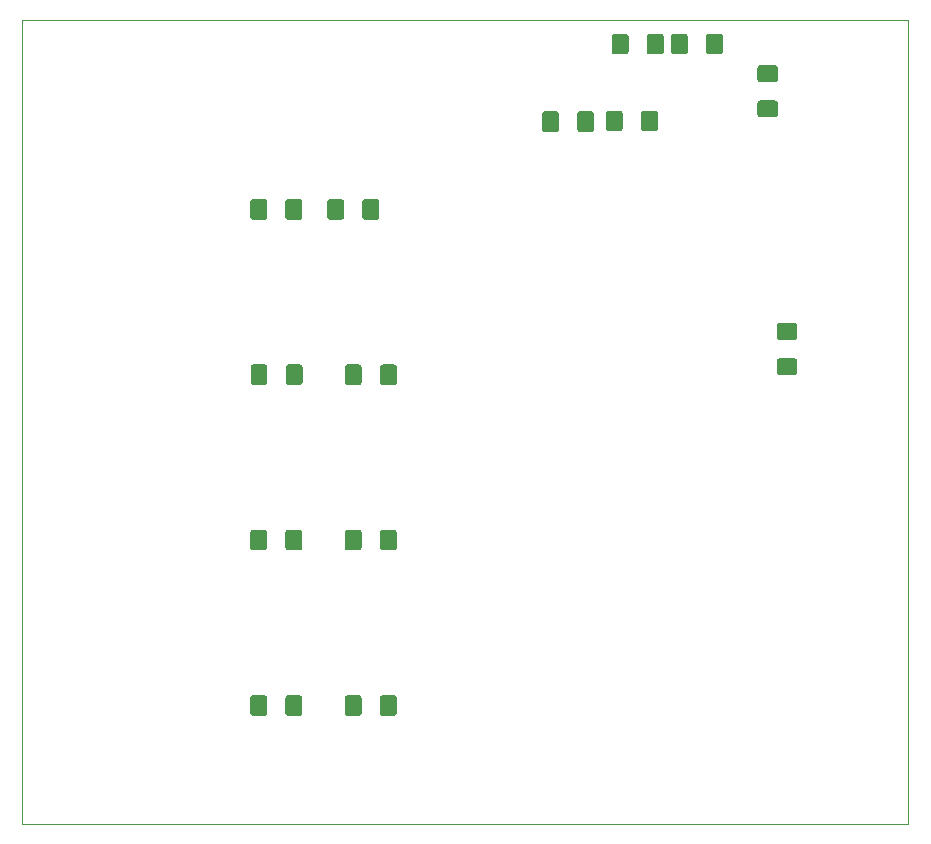
<source format=gbr>
G04 #@! TF.GenerationSoftware,KiCad,Pcbnew,5.1.4-e60b266~84~ubuntu18.04.1*
G04 #@! TF.CreationDate,2019-08-08T16:59:36+02:00*
G04 #@! TF.ProjectId,ESP-Multiio,4553502d-4d75-46c7-9469-696f2e6b6963,rev?*
G04 #@! TF.SameCoordinates,Original*
G04 #@! TF.FileFunction,Paste,Bot*
G04 #@! TF.FilePolarity,Positive*
%FSLAX46Y46*%
G04 Gerber Fmt 4.6, Leading zero omitted, Abs format (unit mm)*
G04 Created by KiCad (PCBNEW 5.1.4-e60b266~84~ubuntu18.04.1) date 2019-08-08 16:59:36*
%MOMM*%
%LPD*%
G04 APERTURE LIST*
%ADD10C,0.050000*%
%ADD11C,0.100000*%
%ADD12C,1.425000*%
G04 APERTURE END LIST*
D10*
X152000000Y-95000000D02*
X77000000Y-95000000D01*
X152000000Y-27000000D02*
X152000000Y-95000000D01*
X77000000Y-27000000D02*
X152000000Y-27000000D01*
X77000000Y-27000000D02*
X77000000Y-95000000D01*
D11*
G36*
X142381504Y-55603704D02*
G01*
X142405773Y-55607304D01*
X142429571Y-55613265D01*
X142452671Y-55621530D01*
X142474849Y-55632020D01*
X142495893Y-55644633D01*
X142515598Y-55659247D01*
X142533777Y-55675723D01*
X142550253Y-55693902D01*
X142564867Y-55713607D01*
X142577480Y-55734651D01*
X142587970Y-55756829D01*
X142596235Y-55779929D01*
X142602196Y-55803727D01*
X142605796Y-55827996D01*
X142607000Y-55852500D01*
X142607000Y-56777500D01*
X142605796Y-56802004D01*
X142602196Y-56826273D01*
X142596235Y-56850071D01*
X142587970Y-56873171D01*
X142577480Y-56895349D01*
X142564867Y-56916393D01*
X142550253Y-56936098D01*
X142533777Y-56954277D01*
X142515598Y-56970753D01*
X142495893Y-56985367D01*
X142474849Y-56997980D01*
X142452671Y-57008470D01*
X142429571Y-57016735D01*
X142405773Y-57022696D01*
X142381504Y-57026296D01*
X142357000Y-57027500D01*
X141107000Y-57027500D01*
X141082496Y-57026296D01*
X141058227Y-57022696D01*
X141034429Y-57016735D01*
X141011329Y-57008470D01*
X140989151Y-56997980D01*
X140968107Y-56985367D01*
X140948402Y-56970753D01*
X140930223Y-56954277D01*
X140913747Y-56936098D01*
X140899133Y-56916393D01*
X140886520Y-56895349D01*
X140876030Y-56873171D01*
X140867765Y-56850071D01*
X140861804Y-56826273D01*
X140858204Y-56802004D01*
X140857000Y-56777500D01*
X140857000Y-55852500D01*
X140858204Y-55827996D01*
X140861804Y-55803727D01*
X140867765Y-55779929D01*
X140876030Y-55756829D01*
X140886520Y-55734651D01*
X140899133Y-55713607D01*
X140913747Y-55693902D01*
X140930223Y-55675723D01*
X140948402Y-55659247D01*
X140968107Y-55644633D01*
X140989151Y-55632020D01*
X141011329Y-55621530D01*
X141034429Y-55613265D01*
X141058227Y-55607304D01*
X141082496Y-55603704D01*
X141107000Y-55602500D01*
X142357000Y-55602500D01*
X142381504Y-55603704D01*
X142381504Y-55603704D01*
G37*
D12*
X141732000Y-56315000D03*
D11*
G36*
X142381504Y-52628704D02*
G01*
X142405773Y-52632304D01*
X142429571Y-52638265D01*
X142452671Y-52646530D01*
X142474849Y-52657020D01*
X142495893Y-52669633D01*
X142515598Y-52684247D01*
X142533777Y-52700723D01*
X142550253Y-52718902D01*
X142564867Y-52738607D01*
X142577480Y-52759651D01*
X142587970Y-52781829D01*
X142596235Y-52804929D01*
X142602196Y-52828727D01*
X142605796Y-52852996D01*
X142607000Y-52877500D01*
X142607000Y-53802500D01*
X142605796Y-53827004D01*
X142602196Y-53851273D01*
X142596235Y-53875071D01*
X142587970Y-53898171D01*
X142577480Y-53920349D01*
X142564867Y-53941393D01*
X142550253Y-53961098D01*
X142533777Y-53979277D01*
X142515598Y-53995753D01*
X142495893Y-54010367D01*
X142474849Y-54022980D01*
X142452671Y-54033470D01*
X142429571Y-54041735D01*
X142405773Y-54047696D01*
X142381504Y-54051296D01*
X142357000Y-54052500D01*
X141107000Y-54052500D01*
X141082496Y-54051296D01*
X141058227Y-54047696D01*
X141034429Y-54041735D01*
X141011329Y-54033470D01*
X140989151Y-54022980D01*
X140968107Y-54010367D01*
X140948402Y-53995753D01*
X140930223Y-53979277D01*
X140913747Y-53961098D01*
X140899133Y-53941393D01*
X140886520Y-53920349D01*
X140876030Y-53898171D01*
X140867765Y-53875071D01*
X140861804Y-53851273D01*
X140858204Y-53827004D01*
X140857000Y-53802500D01*
X140857000Y-52877500D01*
X140858204Y-52852996D01*
X140861804Y-52828727D01*
X140867765Y-52804929D01*
X140876030Y-52781829D01*
X140886520Y-52759651D01*
X140899133Y-52738607D01*
X140913747Y-52718902D01*
X140930223Y-52700723D01*
X140948402Y-52684247D01*
X140968107Y-52669633D01*
X140989151Y-52657020D01*
X141011329Y-52646530D01*
X141034429Y-52638265D01*
X141058227Y-52632304D01*
X141082496Y-52628704D01*
X141107000Y-52627500D01*
X142357000Y-52627500D01*
X142381504Y-52628704D01*
X142381504Y-52628704D01*
G37*
D12*
X141732000Y-53340000D03*
D11*
G36*
X131062004Y-28126204D02*
G01*
X131086273Y-28129804D01*
X131110071Y-28135765D01*
X131133171Y-28144030D01*
X131155349Y-28154520D01*
X131176393Y-28167133D01*
X131196098Y-28181747D01*
X131214277Y-28198223D01*
X131230753Y-28216402D01*
X131245367Y-28236107D01*
X131257980Y-28257151D01*
X131268470Y-28279329D01*
X131276735Y-28302429D01*
X131282696Y-28326227D01*
X131286296Y-28350496D01*
X131287500Y-28375000D01*
X131287500Y-29625000D01*
X131286296Y-29649504D01*
X131282696Y-29673773D01*
X131276735Y-29697571D01*
X131268470Y-29720671D01*
X131257980Y-29742849D01*
X131245367Y-29763893D01*
X131230753Y-29783598D01*
X131214277Y-29801777D01*
X131196098Y-29818253D01*
X131176393Y-29832867D01*
X131155349Y-29845480D01*
X131133171Y-29855970D01*
X131110071Y-29864235D01*
X131086273Y-29870196D01*
X131062004Y-29873796D01*
X131037500Y-29875000D01*
X130112500Y-29875000D01*
X130087996Y-29873796D01*
X130063727Y-29870196D01*
X130039929Y-29864235D01*
X130016829Y-29855970D01*
X129994651Y-29845480D01*
X129973607Y-29832867D01*
X129953902Y-29818253D01*
X129935723Y-29801777D01*
X129919247Y-29783598D01*
X129904633Y-29763893D01*
X129892020Y-29742849D01*
X129881530Y-29720671D01*
X129873265Y-29697571D01*
X129867304Y-29673773D01*
X129863704Y-29649504D01*
X129862500Y-29625000D01*
X129862500Y-28375000D01*
X129863704Y-28350496D01*
X129867304Y-28326227D01*
X129873265Y-28302429D01*
X129881530Y-28279329D01*
X129892020Y-28257151D01*
X129904633Y-28236107D01*
X129919247Y-28216402D01*
X129935723Y-28198223D01*
X129953902Y-28181747D01*
X129973607Y-28167133D01*
X129994651Y-28154520D01*
X130016829Y-28144030D01*
X130039929Y-28135765D01*
X130063727Y-28129804D01*
X130087996Y-28126204D01*
X130112500Y-28125000D01*
X131037500Y-28125000D01*
X131062004Y-28126204D01*
X131062004Y-28126204D01*
G37*
D12*
X130575000Y-29000000D03*
D11*
G36*
X128087004Y-28126204D02*
G01*
X128111273Y-28129804D01*
X128135071Y-28135765D01*
X128158171Y-28144030D01*
X128180349Y-28154520D01*
X128201393Y-28167133D01*
X128221098Y-28181747D01*
X128239277Y-28198223D01*
X128255753Y-28216402D01*
X128270367Y-28236107D01*
X128282980Y-28257151D01*
X128293470Y-28279329D01*
X128301735Y-28302429D01*
X128307696Y-28326227D01*
X128311296Y-28350496D01*
X128312500Y-28375000D01*
X128312500Y-29625000D01*
X128311296Y-29649504D01*
X128307696Y-29673773D01*
X128301735Y-29697571D01*
X128293470Y-29720671D01*
X128282980Y-29742849D01*
X128270367Y-29763893D01*
X128255753Y-29783598D01*
X128239277Y-29801777D01*
X128221098Y-29818253D01*
X128201393Y-29832867D01*
X128180349Y-29845480D01*
X128158171Y-29855970D01*
X128135071Y-29864235D01*
X128111273Y-29870196D01*
X128087004Y-29873796D01*
X128062500Y-29875000D01*
X127137500Y-29875000D01*
X127112996Y-29873796D01*
X127088727Y-29870196D01*
X127064929Y-29864235D01*
X127041829Y-29855970D01*
X127019651Y-29845480D01*
X126998607Y-29832867D01*
X126978902Y-29818253D01*
X126960723Y-29801777D01*
X126944247Y-29783598D01*
X126929633Y-29763893D01*
X126917020Y-29742849D01*
X126906530Y-29720671D01*
X126898265Y-29697571D01*
X126892304Y-29673773D01*
X126888704Y-29649504D01*
X126887500Y-29625000D01*
X126887500Y-28375000D01*
X126888704Y-28350496D01*
X126892304Y-28326227D01*
X126898265Y-28302429D01*
X126906530Y-28279329D01*
X126917020Y-28257151D01*
X126929633Y-28236107D01*
X126944247Y-28216402D01*
X126960723Y-28198223D01*
X126978902Y-28181747D01*
X126998607Y-28167133D01*
X127019651Y-28154520D01*
X127041829Y-28144030D01*
X127064929Y-28135765D01*
X127088727Y-28129804D01*
X127112996Y-28126204D01*
X127137500Y-28125000D01*
X128062500Y-28125000D01*
X128087004Y-28126204D01*
X128087004Y-28126204D01*
G37*
D12*
X127600000Y-29000000D03*
D11*
G36*
X140749504Y-30801204D02*
G01*
X140773773Y-30804804D01*
X140797571Y-30810765D01*
X140820671Y-30819030D01*
X140842849Y-30829520D01*
X140863893Y-30842133D01*
X140883598Y-30856747D01*
X140901777Y-30873223D01*
X140918253Y-30891402D01*
X140932867Y-30911107D01*
X140945480Y-30932151D01*
X140955970Y-30954329D01*
X140964235Y-30977429D01*
X140970196Y-31001227D01*
X140973796Y-31025496D01*
X140975000Y-31050000D01*
X140975000Y-31975000D01*
X140973796Y-31999504D01*
X140970196Y-32023773D01*
X140964235Y-32047571D01*
X140955970Y-32070671D01*
X140945480Y-32092849D01*
X140932867Y-32113893D01*
X140918253Y-32133598D01*
X140901777Y-32151777D01*
X140883598Y-32168253D01*
X140863893Y-32182867D01*
X140842849Y-32195480D01*
X140820671Y-32205970D01*
X140797571Y-32214235D01*
X140773773Y-32220196D01*
X140749504Y-32223796D01*
X140725000Y-32225000D01*
X139475000Y-32225000D01*
X139450496Y-32223796D01*
X139426227Y-32220196D01*
X139402429Y-32214235D01*
X139379329Y-32205970D01*
X139357151Y-32195480D01*
X139336107Y-32182867D01*
X139316402Y-32168253D01*
X139298223Y-32151777D01*
X139281747Y-32133598D01*
X139267133Y-32113893D01*
X139254520Y-32092849D01*
X139244030Y-32070671D01*
X139235765Y-32047571D01*
X139229804Y-32023773D01*
X139226204Y-31999504D01*
X139225000Y-31975000D01*
X139225000Y-31050000D01*
X139226204Y-31025496D01*
X139229804Y-31001227D01*
X139235765Y-30977429D01*
X139244030Y-30954329D01*
X139254520Y-30932151D01*
X139267133Y-30911107D01*
X139281747Y-30891402D01*
X139298223Y-30873223D01*
X139316402Y-30856747D01*
X139336107Y-30842133D01*
X139357151Y-30829520D01*
X139379329Y-30819030D01*
X139402429Y-30810765D01*
X139426227Y-30804804D01*
X139450496Y-30801204D01*
X139475000Y-30800000D01*
X140725000Y-30800000D01*
X140749504Y-30801204D01*
X140749504Y-30801204D01*
G37*
D12*
X140100000Y-31512500D03*
D11*
G36*
X140749504Y-33776204D02*
G01*
X140773773Y-33779804D01*
X140797571Y-33785765D01*
X140820671Y-33794030D01*
X140842849Y-33804520D01*
X140863893Y-33817133D01*
X140883598Y-33831747D01*
X140901777Y-33848223D01*
X140918253Y-33866402D01*
X140932867Y-33886107D01*
X140945480Y-33907151D01*
X140955970Y-33929329D01*
X140964235Y-33952429D01*
X140970196Y-33976227D01*
X140973796Y-34000496D01*
X140975000Y-34025000D01*
X140975000Y-34950000D01*
X140973796Y-34974504D01*
X140970196Y-34998773D01*
X140964235Y-35022571D01*
X140955970Y-35045671D01*
X140945480Y-35067849D01*
X140932867Y-35088893D01*
X140918253Y-35108598D01*
X140901777Y-35126777D01*
X140883598Y-35143253D01*
X140863893Y-35157867D01*
X140842849Y-35170480D01*
X140820671Y-35180970D01*
X140797571Y-35189235D01*
X140773773Y-35195196D01*
X140749504Y-35198796D01*
X140725000Y-35200000D01*
X139475000Y-35200000D01*
X139450496Y-35198796D01*
X139426227Y-35195196D01*
X139402429Y-35189235D01*
X139379329Y-35180970D01*
X139357151Y-35170480D01*
X139336107Y-35157867D01*
X139316402Y-35143253D01*
X139298223Y-35126777D01*
X139281747Y-35108598D01*
X139267133Y-35088893D01*
X139254520Y-35067849D01*
X139244030Y-35045671D01*
X139235765Y-35022571D01*
X139229804Y-34998773D01*
X139226204Y-34974504D01*
X139225000Y-34950000D01*
X139225000Y-34025000D01*
X139226204Y-34000496D01*
X139229804Y-33976227D01*
X139235765Y-33952429D01*
X139244030Y-33929329D01*
X139254520Y-33907151D01*
X139267133Y-33886107D01*
X139281747Y-33866402D01*
X139298223Y-33848223D01*
X139316402Y-33831747D01*
X139336107Y-33817133D01*
X139357151Y-33804520D01*
X139379329Y-33794030D01*
X139402429Y-33785765D01*
X139426227Y-33779804D01*
X139450496Y-33776204D01*
X139475000Y-33775000D01*
X140725000Y-33775000D01*
X140749504Y-33776204D01*
X140749504Y-33776204D01*
G37*
D12*
X140100000Y-34487500D03*
D11*
G36*
X136074504Y-28126204D02*
G01*
X136098773Y-28129804D01*
X136122571Y-28135765D01*
X136145671Y-28144030D01*
X136167849Y-28154520D01*
X136188893Y-28167133D01*
X136208598Y-28181747D01*
X136226777Y-28198223D01*
X136243253Y-28216402D01*
X136257867Y-28236107D01*
X136270480Y-28257151D01*
X136280970Y-28279329D01*
X136289235Y-28302429D01*
X136295196Y-28326227D01*
X136298796Y-28350496D01*
X136300000Y-28375000D01*
X136300000Y-29625000D01*
X136298796Y-29649504D01*
X136295196Y-29673773D01*
X136289235Y-29697571D01*
X136280970Y-29720671D01*
X136270480Y-29742849D01*
X136257867Y-29763893D01*
X136243253Y-29783598D01*
X136226777Y-29801777D01*
X136208598Y-29818253D01*
X136188893Y-29832867D01*
X136167849Y-29845480D01*
X136145671Y-29855970D01*
X136122571Y-29864235D01*
X136098773Y-29870196D01*
X136074504Y-29873796D01*
X136050000Y-29875000D01*
X135125000Y-29875000D01*
X135100496Y-29873796D01*
X135076227Y-29870196D01*
X135052429Y-29864235D01*
X135029329Y-29855970D01*
X135007151Y-29845480D01*
X134986107Y-29832867D01*
X134966402Y-29818253D01*
X134948223Y-29801777D01*
X134931747Y-29783598D01*
X134917133Y-29763893D01*
X134904520Y-29742849D01*
X134894030Y-29720671D01*
X134885765Y-29697571D01*
X134879804Y-29673773D01*
X134876204Y-29649504D01*
X134875000Y-29625000D01*
X134875000Y-28375000D01*
X134876204Y-28350496D01*
X134879804Y-28326227D01*
X134885765Y-28302429D01*
X134894030Y-28279329D01*
X134904520Y-28257151D01*
X134917133Y-28236107D01*
X134931747Y-28216402D01*
X134948223Y-28198223D01*
X134966402Y-28181747D01*
X134986107Y-28167133D01*
X135007151Y-28154520D01*
X135029329Y-28144030D01*
X135052429Y-28135765D01*
X135076227Y-28129804D01*
X135100496Y-28126204D01*
X135125000Y-28125000D01*
X136050000Y-28125000D01*
X136074504Y-28126204D01*
X136074504Y-28126204D01*
G37*
D12*
X135587500Y-29000000D03*
D11*
G36*
X133099504Y-28126204D02*
G01*
X133123773Y-28129804D01*
X133147571Y-28135765D01*
X133170671Y-28144030D01*
X133192849Y-28154520D01*
X133213893Y-28167133D01*
X133233598Y-28181747D01*
X133251777Y-28198223D01*
X133268253Y-28216402D01*
X133282867Y-28236107D01*
X133295480Y-28257151D01*
X133305970Y-28279329D01*
X133314235Y-28302429D01*
X133320196Y-28326227D01*
X133323796Y-28350496D01*
X133325000Y-28375000D01*
X133325000Y-29625000D01*
X133323796Y-29649504D01*
X133320196Y-29673773D01*
X133314235Y-29697571D01*
X133305970Y-29720671D01*
X133295480Y-29742849D01*
X133282867Y-29763893D01*
X133268253Y-29783598D01*
X133251777Y-29801777D01*
X133233598Y-29818253D01*
X133213893Y-29832867D01*
X133192849Y-29845480D01*
X133170671Y-29855970D01*
X133147571Y-29864235D01*
X133123773Y-29870196D01*
X133099504Y-29873796D01*
X133075000Y-29875000D01*
X132150000Y-29875000D01*
X132125496Y-29873796D01*
X132101227Y-29870196D01*
X132077429Y-29864235D01*
X132054329Y-29855970D01*
X132032151Y-29845480D01*
X132011107Y-29832867D01*
X131991402Y-29818253D01*
X131973223Y-29801777D01*
X131956747Y-29783598D01*
X131942133Y-29763893D01*
X131929520Y-29742849D01*
X131919030Y-29720671D01*
X131910765Y-29697571D01*
X131904804Y-29673773D01*
X131901204Y-29649504D01*
X131900000Y-29625000D01*
X131900000Y-28375000D01*
X131901204Y-28350496D01*
X131904804Y-28326227D01*
X131910765Y-28302429D01*
X131919030Y-28279329D01*
X131929520Y-28257151D01*
X131942133Y-28236107D01*
X131956747Y-28216402D01*
X131973223Y-28198223D01*
X131991402Y-28181747D01*
X132011107Y-28167133D01*
X132032151Y-28154520D01*
X132054329Y-28144030D01*
X132077429Y-28135765D01*
X132101227Y-28129804D01*
X132125496Y-28126204D01*
X132150000Y-28125000D01*
X133075000Y-28125000D01*
X133099504Y-28126204D01*
X133099504Y-28126204D01*
G37*
D12*
X132612500Y-29000000D03*
D11*
G36*
X130562004Y-34626204D02*
G01*
X130586273Y-34629804D01*
X130610071Y-34635765D01*
X130633171Y-34644030D01*
X130655349Y-34654520D01*
X130676393Y-34667133D01*
X130696098Y-34681747D01*
X130714277Y-34698223D01*
X130730753Y-34716402D01*
X130745367Y-34736107D01*
X130757980Y-34757151D01*
X130768470Y-34779329D01*
X130776735Y-34802429D01*
X130782696Y-34826227D01*
X130786296Y-34850496D01*
X130787500Y-34875000D01*
X130787500Y-36125000D01*
X130786296Y-36149504D01*
X130782696Y-36173773D01*
X130776735Y-36197571D01*
X130768470Y-36220671D01*
X130757980Y-36242849D01*
X130745367Y-36263893D01*
X130730753Y-36283598D01*
X130714277Y-36301777D01*
X130696098Y-36318253D01*
X130676393Y-36332867D01*
X130655349Y-36345480D01*
X130633171Y-36355970D01*
X130610071Y-36364235D01*
X130586273Y-36370196D01*
X130562004Y-36373796D01*
X130537500Y-36375000D01*
X129612500Y-36375000D01*
X129587996Y-36373796D01*
X129563727Y-36370196D01*
X129539929Y-36364235D01*
X129516829Y-36355970D01*
X129494651Y-36345480D01*
X129473607Y-36332867D01*
X129453902Y-36318253D01*
X129435723Y-36301777D01*
X129419247Y-36283598D01*
X129404633Y-36263893D01*
X129392020Y-36242849D01*
X129381530Y-36220671D01*
X129373265Y-36197571D01*
X129367304Y-36173773D01*
X129363704Y-36149504D01*
X129362500Y-36125000D01*
X129362500Y-34875000D01*
X129363704Y-34850496D01*
X129367304Y-34826227D01*
X129373265Y-34802429D01*
X129381530Y-34779329D01*
X129392020Y-34757151D01*
X129404633Y-34736107D01*
X129419247Y-34716402D01*
X129435723Y-34698223D01*
X129453902Y-34681747D01*
X129473607Y-34667133D01*
X129494651Y-34654520D01*
X129516829Y-34644030D01*
X129539929Y-34635765D01*
X129563727Y-34629804D01*
X129587996Y-34626204D01*
X129612500Y-34625000D01*
X130537500Y-34625000D01*
X130562004Y-34626204D01*
X130562004Y-34626204D01*
G37*
D12*
X130075000Y-35500000D03*
D11*
G36*
X127587004Y-34626204D02*
G01*
X127611273Y-34629804D01*
X127635071Y-34635765D01*
X127658171Y-34644030D01*
X127680349Y-34654520D01*
X127701393Y-34667133D01*
X127721098Y-34681747D01*
X127739277Y-34698223D01*
X127755753Y-34716402D01*
X127770367Y-34736107D01*
X127782980Y-34757151D01*
X127793470Y-34779329D01*
X127801735Y-34802429D01*
X127807696Y-34826227D01*
X127811296Y-34850496D01*
X127812500Y-34875000D01*
X127812500Y-36125000D01*
X127811296Y-36149504D01*
X127807696Y-36173773D01*
X127801735Y-36197571D01*
X127793470Y-36220671D01*
X127782980Y-36242849D01*
X127770367Y-36263893D01*
X127755753Y-36283598D01*
X127739277Y-36301777D01*
X127721098Y-36318253D01*
X127701393Y-36332867D01*
X127680349Y-36345480D01*
X127658171Y-36355970D01*
X127635071Y-36364235D01*
X127611273Y-36370196D01*
X127587004Y-36373796D01*
X127562500Y-36375000D01*
X126637500Y-36375000D01*
X126612996Y-36373796D01*
X126588727Y-36370196D01*
X126564929Y-36364235D01*
X126541829Y-36355970D01*
X126519651Y-36345480D01*
X126498607Y-36332867D01*
X126478902Y-36318253D01*
X126460723Y-36301777D01*
X126444247Y-36283598D01*
X126429633Y-36263893D01*
X126417020Y-36242849D01*
X126406530Y-36220671D01*
X126398265Y-36197571D01*
X126392304Y-36173773D01*
X126388704Y-36149504D01*
X126387500Y-36125000D01*
X126387500Y-34875000D01*
X126388704Y-34850496D01*
X126392304Y-34826227D01*
X126398265Y-34802429D01*
X126406530Y-34779329D01*
X126417020Y-34757151D01*
X126429633Y-34736107D01*
X126444247Y-34716402D01*
X126460723Y-34698223D01*
X126478902Y-34681747D01*
X126498607Y-34667133D01*
X126519651Y-34654520D01*
X126541829Y-34644030D01*
X126564929Y-34635765D01*
X126588727Y-34629804D01*
X126612996Y-34626204D01*
X126637500Y-34625000D01*
X127562500Y-34625000D01*
X127587004Y-34626204D01*
X127587004Y-34626204D01*
G37*
D12*
X127100000Y-35500000D03*
D11*
G36*
X122189504Y-34686204D02*
G01*
X122213773Y-34689804D01*
X122237571Y-34695765D01*
X122260671Y-34704030D01*
X122282849Y-34714520D01*
X122303893Y-34727133D01*
X122323598Y-34741747D01*
X122341777Y-34758223D01*
X122358253Y-34776402D01*
X122372867Y-34796107D01*
X122385480Y-34817151D01*
X122395970Y-34839329D01*
X122404235Y-34862429D01*
X122410196Y-34886227D01*
X122413796Y-34910496D01*
X122415000Y-34935000D01*
X122415000Y-36185000D01*
X122413796Y-36209504D01*
X122410196Y-36233773D01*
X122404235Y-36257571D01*
X122395970Y-36280671D01*
X122385480Y-36302849D01*
X122372867Y-36323893D01*
X122358253Y-36343598D01*
X122341777Y-36361777D01*
X122323598Y-36378253D01*
X122303893Y-36392867D01*
X122282849Y-36405480D01*
X122260671Y-36415970D01*
X122237571Y-36424235D01*
X122213773Y-36430196D01*
X122189504Y-36433796D01*
X122165000Y-36435000D01*
X121240000Y-36435000D01*
X121215496Y-36433796D01*
X121191227Y-36430196D01*
X121167429Y-36424235D01*
X121144329Y-36415970D01*
X121122151Y-36405480D01*
X121101107Y-36392867D01*
X121081402Y-36378253D01*
X121063223Y-36361777D01*
X121046747Y-36343598D01*
X121032133Y-36323893D01*
X121019520Y-36302849D01*
X121009030Y-36280671D01*
X121000765Y-36257571D01*
X120994804Y-36233773D01*
X120991204Y-36209504D01*
X120990000Y-36185000D01*
X120990000Y-34935000D01*
X120991204Y-34910496D01*
X120994804Y-34886227D01*
X121000765Y-34862429D01*
X121009030Y-34839329D01*
X121019520Y-34817151D01*
X121032133Y-34796107D01*
X121046747Y-34776402D01*
X121063223Y-34758223D01*
X121081402Y-34741747D01*
X121101107Y-34727133D01*
X121122151Y-34714520D01*
X121144329Y-34704030D01*
X121167429Y-34695765D01*
X121191227Y-34689804D01*
X121215496Y-34686204D01*
X121240000Y-34685000D01*
X122165000Y-34685000D01*
X122189504Y-34686204D01*
X122189504Y-34686204D01*
G37*
D12*
X121702500Y-35560000D03*
D11*
G36*
X125164504Y-34686204D02*
G01*
X125188773Y-34689804D01*
X125212571Y-34695765D01*
X125235671Y-34704030D01*
X125257849Y-34714520D01*
X125278893Y-34727133D01*
X125298598Y-34741747D01*
X125316777Y-34758223D01*
X125333253Y-34776402D01*
X125347867Y-34796107D01*
X125360480Y-34817151D01*
X125370970Y-34839329D01*
X125379235Y-34862429D01*
X125385196Y-34886227D01*
X125388796Y-34910496D01*
X125390000Y-34935000D01*
X125390000Y-36185000D01*
X125388796Y-36209504D01*
X125385196Y-36233773D01*
X125379235Y-36257571D01*
X125370970Y-36280671D01*
X125360480Y-36302849D01*
X125347867Y-36323893D01*
X125333253Y-36343598D01*
X125316777Y-36361777D01*
X125298598Y-36378253D01*
X125278893Y-36392867D01*
X125257849Y-36405480D01*
X125235671Y-36415970D01*
X125212571Y-36424235D01*
X125188773Y-36430196D01*
X125164504Y-36433796D01*
X125140000Y-36435000D01*
X124215000Y-36435000D01*
X124190496Y-36433796D01*
X124166227Y-36430196D01*
X124142429Y-36424235D01*
X124119329Y-36415970D01*
X124097151Y-36405480D01*
X124076107Y-36392867D01*
X124056402Y-36378253D01*
X124038223Y-36361777D01*
X124021747Y-36343598D01*
X124007133Y-36323893D01*
X123994520Y-36302849D01*
X123984030Y-36280671D01*
X123975765Y-36257571D01*
X123969804Y-36233773D01*
X123966204Y-36209504D01*
X123965000Y-36185000D01*
X123965000Y-34935000D01*
X123966204Y-34910496D01*
X123969804Y-34886227D01*
X123975765Y-34862429D01*
X123984030Y-34839329D01*
X123994520Y-34817151D01*
X124007133Y-34796107D01*
X124021747Y-34776402D01*
X124038223Y-34758223D01*
X124056402Y-34741747D01*
X124076107Y-34727133D01*
X124097151Y-34714520D01*
X124119329Y-34704030D01*
X124142429Y-34695765D01*
X124166227Y-34689804D01*
X124190496Y-34686204D01*
X124215000Y-34685000D01*
X125140000Y-34685000D01*
X125164504Y-34686204D01*
X125164504Y-34686204D01*
G37*
D12*
X124677500Y-35560000D03*
D11*
G36*
X100462004Y-84126204D02*
G01*
X100486273Y-84129804D01*
X100510071Y-84135765D01*
X100533171Y-84144030D01*
X100555349Y-84154520D01*
X100576393Y-84167133D01*
X100596098Y-84181747D01*
X100614277Y-84198223D01*
X100630753Y-84216402D01*
X100645367Y-84236107D01*
X100657980Y-84257151D01*
X100668470Y-84279329D01*
X100676735Y-84302429D01*
X100682696Y-84326227D01*
X100686296Y-84350496D01*
X100687500Y-84375000D01*
X100687500Y-85625000D01*
X100686296Y-85649504D01*
X100682696Y-85673773D01*
X100676735Y-85697571D01*
X100668470Y-85720671D01*
X100657980Y-85742849D01*
X100645367Y-85763893D01*
X100630753Y-85783598D01*
X100614277Y-85801777D01*
X100596098Y-85818253D01*
X100576393Y-85832867D01*
X100555349Y-85845480D01*
X100533171Y-85855970D01*
X100510071Y-85864235D01*
X100486273Y-85870196D01*
X100462004Y-85873796D01*
X100437500Y-85875000D01*
X99512500Y-85875000D01*
X99487996Y-85873796D01*
X99463727Y-85870196D01*
X99439929Y-85864235D01*
X99416829Y-85855970D01*
X99394651Y-85845480D01*
X99373607Y-85832867D01*
X99353902Y-85818253D01*
X99335723Y-85801777D01*
X99319247Y-85783598D01*
X99304633Y-85763893D01*
X99292020Y-85742849D01*
X99281530Y-85720671D01*
X99273265Y-85697571D01*
X99267304Y-85673773D01*
X99263704Y-85649504D01*
X99262500Y-85625000D01*
X99262500Y-84375000D01*
X99263704Y-84350496D01*
X99267304Y-84326227D01*
X99273265Y-84302429D01*
X99281530Y-84279329D01*
X99292020Y-84257151D01*
X99304633Y-84236107D01*
X99319247Y-84216402D01*
X99335723Y-84198223D01*
X99353902Y-84181747D01*
X99373607Y-84167133D01*
X99394651Y-84154520D01*
X99416829Y-84144030D01*
X99439929Y-84135765D01*
X99463727Y-84129804D01*
X99487996Y-84126204D01*
X99512500Y-84125000D01*
X100437500Y-84125000D01*
X100462004Y-84126204D01*
X100462004Y-84126204D01*
G37*
D12*
X99975000Y-85000000D03*
D11*
G36*
X97487004Y-84126204D02*
G01*
X97511273Y-84129804D01*
X97535071Y-84135765D01*
X97558171Y-84144030D01*
X97580349Y-84154520D01*
X97601393Y-84167133D01*
X97621098Y-84181747D01*
X97639277Y-84198223D01*
X97655753Y-84216402D01*
X97670367Y-84236107D01*
X97682980Y-84257151D01*
X97693470Y-84279329D01*
X97701735Y-84302429D01*
X97707696Y-84326227D01*
X97711296Y-84350496D01*
X97712500Y-84375000D01*
X97712500Y-85625000D01*
X97711296Y-85649504D01*
X97707696Y-85673773D01*
X97701735Y-85697571D01*
X97693470Y-85720671D01*
X97682980Y-85742849D01*
X97670367Y-85763893D01*
X97655753Y-85783598D01*
X97639277Y-85801777D01*
X97621098Y-85818253D01*
X97601393Y-85832867D01*
X97580349Y-85845480D01*
X97558171Y-85855970D01*
X97535071Y-85864235D01*
X97511273Y-85870196D01*
X97487004Y-85873796D01*
X97462500Y-85875000D01*
X96537500Y-85875000D01*
X96512996Y-85873796D01*
X96488727Y-85870196D01*
X96464929Y-85864235D01*
X96441829Y-85855970D01*
X96419651Y-85845480D01*
X96398607Y-85832867D01*
X96378902Y-85818253D01*
X96360723Y-85801777D01*
X96344247Y-85783598D01*
X96329633Y-85763893D01*
X96317020Y-85742849D01*
X96306530Y-85720671D01*
X96298265Y-85697571D01*
X96292304Y-85673773D01*
X96288704Y-85649504D01*
X96287500Y-85625000D01*
X96287500Y-84375000D01*
X96288704Y-84350496D01*
X96292304Y-84326227D01*
X96298265Y-84302429D01*
X96306530Y-84279329D01*
X96317020Y-84257151D01*
X96329633Y-84236107D01*
X96344247Y-84216402D01*
X96360723Y-84198223D01*
X96378902Y-84181747D01*
X96398607Y-84167133D01*
X96419651Y-84154520D01*
X96441829Y-84144030D01*
X96464929Y-84135765D01*
X96488727Y-84129804D01*
X96512996Y-84126204D01*
X96537500Y-84125000D01*
X97462500Y-84125000D01*
X97487004Y-84126204D01*
X97487004Y-84126204D01*
G37*
D12*
X97000000Y-85000000D03*
D11*
G36*
X108462004Y-84126204D02*
G01*
X108486273Y-84129804D01*
X108510071Y-84135765D01*
X108533171Y-84144030D01*
X108555349Y-84154520D01*
X108576393Y-84167133D01*
X108596098Y-84181747D01*
X108614277Y-84198223D01*
X108630753Y-84216402D01*
X108645367Y-84236107D01*
X108657980Y-84257151D01*
X108668470Y-84279329D01*
X108676735Y-84302429D01*
X108682696Y-84326227D01*
X108686296Y-84350496D01*
X108687500Y-84375000D01*
X108687500Y-85625000D01*
X108686296Y-85649504D01*
X108682696Y-85673773D01*
X108676735Y-85697571D01*
X108668470Y-85720671D01*
X108657980Y-85742849D01*
X108645367Y-85763893D01*
X108630753Y-85783598D01*
X108614277Y-85801777D01*
X108596098Y-85818253D01*
X108576393Y-85832867D01*
X108555349Y-85845480D01*
X108533171Y-85855970D01*
X108510071Y-85864235D01*
X108486273Y-85870196D01*
X108462004Y-85873796D01*
X108437500Y-85875000D01*
X107512500Y-85875000D01*
X107487996Y-85873796D01*
X107463727Y-85870196D01*
X107439929Y-85864235D01*
X107416829Y-85855970D01*
X107394651Y-85845480D01*
X107373607Y-85832867D01*
X107353902Y-85818253D01*
X107335723Y-85801777D01*
X107319247Y-85783598D01*
X107304633Y-85763893D01*
X107292020Y-85742849D01*
X107281530Y-85720671D01*
X107273265Y-85697571D01*
X107267304Y-85673773D01*
X107263704Y-85649504D01*
X107262500Y-85625000D01*
X107262500Y-84375000D01*
X107263704Y-84350496D01*
X107267304Y-84326227D01*
X107273265Y-84302429D01*
X107281530Y-84279329D01*
X107292020Y-84257151D01*
X107304633Y-84236107D01*
X107319247Y-84216402D01*
X107335723Y-84198223D01*
X107353902Y-84181747D01*
X107373607Y-84167133D01*
X107394651Y-84154520D01*
X107416829Y-84144030D01*
X107439929Y-84135765D01*
X107463727Y-84129804D01*
X107487996Y-84126204D01*
X107512500Y-84125000D01*
X108437500Y-84125000D01*
X108462004Y-84126204D01*
X108462004Y-84126204D01*
G37*
D12*
X107975000Y-85000000D03*
D11*
G36*
X105487004Y-84126204D02*
G01*
X105511273Y-84129804D01*
X105535071Y-84135765D01*
X105558171Y-84144030D01*
X105580349Y-84154520D01*
X105601393Y-84167133D01*
X105621098Y-84181747D01*
X105639277Y-84198223D01*
X105655753Y-84216402D01*
X105670367Y-84236107D01*
X105682980Y-84257151D01*
X105693470Y-84279329D01*
X105701735Y-84302429D01*
X105707696Y-84326227D01*
X105711296Y-84350496D01*
X105712500Y-84375000D01*
X105712500Y-85625000D01*
X105711296Y-85649504D01*
X105707696Y-85673773D01*
X105701735Y-85697571D01*
X105693470Y-85720671D01*
X105682980Y-85742849D01*
X105670367Y-85763893D01*
X105655753Y-85783598D01*
X105639277Y-85801777D01*
X105621098Y-85818253D01*
X105601393Y-85832867D01*
X105580349Y-85845480D01*
X105558171Y-85855970D01*
X105535071Y-85864235D01*
X105511273Y-85870196D01*
X105487004Y-85873796D01*
X105462500Y-85875000D01*
X104537500Y-85875000D01*
X104512996Y-85873796D01*
X104488727Y-85870196D01*
X104464929Y-85864235D01*
X104441829Y-85855970D01*
X104419651Y-85845480D01*
X104398607Y-85832867D01*
X104378902Y-85818253D01*
X104360723Y-85801777D01*
X104344247Y-85783598D01*
X104329633Y-85763893D01*
X104317020Y-85742849D01*
X104306530Y-85720671D01*
X104298265Y-85697571D01*
X104292304Y-85673773D01*
X104288704Y-85649504D01*
X104287500Y-85625000D01*
X104287500Y-84375000D01*
X104288704Y-84350496D01*
X104292304Y-84326227D01*
X104298265Y-84302429D01*
X104306530Y-84279329D01*
X104317020Y-84257151D01*
X104329633Y-84236107D01*
X104344247Y-84216402D01*
X104360723Y-84198223D01*
X104378902Y-84181747D01*
X104398607Y-84167133D01*
X104419651Y-84154520D01*
X104441829Y-84144030D01*
X104464929Y-84135765D01*
X104488727Y-84129804D01*
X104512996Y-84126204D01*
X104537500Y-84125000D01*
X105462500Y-84125000D01*
X105487004Y-84126204D01*
X105487004Y-84126204D01*
G37*
D12*
X105000000Y-85000000D03*
D11*
G36*
X100462004Y-70126204D02*
G01*
X100486273Y-70129804D01*
X100510071Y-70135765D01*
X100533171Y-70144030D01*
X100555349Y-70154520D01*
X100576393Y-70167133D01*
X100596098Y-70181747D01*
X100614277Y-70198223D01*
X100630753Y-70216402D01*
X100645367Y-70236107D01*
X100657980Y-70257151D01*
X100668470Y-70279329D01*
X100676735Y-70302429D01*
X100682696Y-70326227D01*
X100686296Y-70350496D01*
X100687500Y-70375000D01*
X100687500Y-71625000D01*
X100686296Y-71649504D01*
X100682696Y-71673773D01*
X100676735Y-71697571D01*
X100668470Y-71720671D01*
X100657980Y-71742849D01*
X100645367Y-71763893D01*
X100630753Y-71783598D01*
X100614277Y-71801777D01*
X100596098Y-71818253D01*
X100576393Y-71832867D01*
X100555349Y-71845480D01*
X100533171Y-71855970D01*
X100510071Y-71864235D01*
X100486273Y-71870196D01*
X100462004Y-71873796D01*
X100437500Y-71875000D01*
X99512500Y-71875000D01*
X99487996Y-71873796D01*
X99463727Y-71870196D01*
X99439929Y-71864235D01*
X99416829Y-71855970D01*
X99394651Y-71845480D01*
X99373607Y-71832867D01*
X99353902Y-71818253D01*
X99335723Y-71801777D01*
X99319247Y-71783598D01*
X99304633Y-71763893D01*
X99292020Y-71742849D01*
X99281530Y-71720671D01*
X99273265Y-71697571D01*
X99267304Y-71673773D01*
X99263704Y-71649504D01*
X99262500Y-71625000D01*
X99262500Y-70375000D01*
X99263704Y-70350496D01*
X99267304Y-70326227D01*
X99273265Y-70302429D01*
X99281530Y-70279329D01*
X99292020Y-70257151D01*
X99304633Y-70236107D01*
X99319247Y-70216402D01*
X99335723Y-70198223D01*
X99353902Y-70181747D01*
X99373607Y-70167133D01*
X99394651Y-70154520D01*
X99416829Y-70144030D01*
X99439929Y-70135765D01*
X99463727Y-70129804D01*
X99487996Y-70126204D01*
X99512500Y-70125000D01*
X100437500Y-70125000D01*
X100462004Y-70126204D01*
X100462004Y-70126204D01*
G37*
D12*
X99975000Y-71000000D03*
D11*
G36*
X97487004Y-70126204D02*
G01*
X97511273Y-70129804D01*
X97535071Y-70135765D01*
X97558171Y-70144030D01*
X97580349Y-70154520D01*
X97601393Y-70167133D01*
X97621098Y-70181747D01*
X97639277Y-70198223D01*
X97655753Y-70216402D01*
X97670367Y-70236107D01*
X97682980Y-70257151D01*
X97693470Y-70279329D01*
X97701735Y-70302429D01*
X97707696Y-70326227D01*
X97711296Y-70350496D01*
X97712500Y-70375000D01*
X97712500Y-71625000D01*
X97711296Y-71649504D01*
X97707696Y-71673773D01*
X97701735Y-71697571D01*
X97693470Y-71720671D01*
X97682980Y-71742849D01*
X97670367Y-71763893D01*
X97655753Y-71783598D01*
X97639277Y-71801777D01*
X97621098Y-71818253D01*
X97601393Y-71832867D01*
X97580349Y-71845480D01*
X97558171Y-71855970D01*
X97535071Y-71864235D01*
X97511273Y-71870196D01*
X97487004Y-71873796D01*
X97462500Y-71875000D01*
X96537500Y-71875000D01*
X96512996Y-71873796D01*
X96488727Y-71870196D01*
X96464929Y-71864235D01*
X96441829Y-71855970D01*
X96419651Y-71845480D01*
X96398607Y-71832867D01*
X96378902Y-71818253D01*
X96360723Y-71801777D01*
X96344247Y-71783598D01*
X96329633Y-71763893D01*
X96317020Y-71742849D01*
X96306530Y-71720671D01*
X96298265Y-71697571D01*
X96292304Y-71673773D01*
X96288704Y-71649504D01*
X96287500Y-71625000D01*
X96287500Y-70375000D01*
X96288704Y-70350496D01*
X96292304Y-70326227D01*
X96298265Y-70302429D01*
X96306530Y-70279329D01*
X96317020Y-70257151D01*
X96329633Y-70236107D01*
X96344247Y-70216402D01*
X96360723Y-70198223D01*
X96378902Y-70181747D01*
X96398607Y-70167133D01*
X96419651Y-70154520D01*
X96441829Y-70144030D01*
X96464929Y-70135765D01*
X96488727Y-70129804D01*
X96512996Y-70126204D01*
X96537500Y-70125000D01*
X97462500Y-70125000D01*
X97487004Y-70126204D01*
X97487004Y-70126204D01*
G37*
D12*
X97000000Y-71000000D03*
D11*
G36*
X108462004Y-70126204D02*
G01*
X108486273Y-70129804D01*
X108510071Y-70135765D01*
X108533171Y-70144030D01*
X108555349Y-70154520D01*
X108576393Y-70167133D01*
X108596098Y-70181747D01*
X108614277Y-70198223D01*
X108630753Y-70216402D01*
X108645367Y-70236107D01*
X108657980Y-70257151D01*
X108668470Y-70279329D01*
X108676735Y-70302429D01*
X108682696Y-70326227D01*
X108686296Y-70350496D01*
X108687500Y-70375000D01*
X108687500Y-71625000D01*
X108686296Y-71649504D01*
X108682696Y-71673773D01*
X108676735Y-71697571D01*
X108668470Y-71720671D01*
X108657980Y-71742849D01*
X108645367Y-71763893D01*
X108630753Y-71783598D01*
X108614277Y-71801777D01*
X108596098Y-71818253D01*
X108576393Y-71832867D01*
X108555349Y-71845480D01*
X108533171Y-71855970D01*
X108510071Y-71864235D01*
X108486273Y-71870196D01*
X108462004Y-71873796D01*
X108437500Y-71875000D01*
X107512500Y-71875000D01*
X107487996Y-71873796D01*
X107463727Y-71870196D01*
X107439929Y-71864235D01*
X107416829Y-71855970D01*
X107394651Y-71845480D01*
X107373607Y-71832867D01*
X107353902Y-71818253D01*
X107335723Y-71801777D01*
X107319247Y-71783598D01*
X107304633Y-71763893D01*
X107292020Y-71742849D01*
X107281530Y-71720671D01*
X107273265Y-71697571D01*
X107267304Y-71673773D01*
X107263704Y-71649504D01*
X107262500Y-71625000D01*
X107262500Y-70375000D01*
X107263704Y-70350496D01*
X107267304Y-70326227D01*
X107273265Y-70302429D01*
X107281530Y-70279329D01*
X107292020Y-70257151D01*
X107304633Y-70236107D01*
X107319247Y-70216402D01*
X107335723Y-70198223D01*
X107353902Y-70181747D01*
X107373607Y-70167133D01*
X107394651Y-70154520D01*
X107416829Y-70144030D01*
X107439929Y-70135765D01*
X107463727Y-70129804D01*
X107487996Y-70126204D01*
X107512500Y-70125000D01*
X108437500Y-70125000D01*
X108462004Y-70126204D01*
X108462004Y-70126204D01*
G37*
D12*
X107975000Y-71000000D03*
D11*
G36*
X105487004Y-70126204D02*
G01*
X105511273Y-70129804D01*
X105535071Y-70135765D01*
X105558171Y-70144030D01*
X105580349Y-70154520D01*
X105601393Y-70167133D01*
X105621098Y-70181747D01*
X105639277Y-70198223D01*
X105655753Y-70216402D01*
X105670367Y-70236107D01*
X105682980Y-70257151D01*
X105693470Y-70279329D01*
X105701735Y-70302429D01*
X105707696Y-70326227D01*
X105711296Y-70350496D01*
X105712500Y-70375000D01*
X105712500Y-71625000D01*
X105711296Y-71649504D01*
X105707696Y-71673773D01*
X105701735Y-71697571D01*
X105693470Y-71720671D01*
X105682980Y-71742849D01*
X105670367Y-71763893D01*
X105655753Y-71783598D01*
X105639277Y-71801777D01*
X105621098Y-71818253D01*
X105601393Y-71832867D01*
X105580349Y-71845480D01*
X105558171Y-71855970D01*
X105535071Y-71864235D01*
X105511273Y-71870196D01*
X105487004Y-71873796D01*
X105462500Y-71875000D01*
X104537500Y-71875000D01*
X104512996Y-71873796D01*
X104488727Y-71870196D01*
X104464929Y-71864235D01*
X104441829Y-71855970D01*
X104419651Y-71845480D01*
X104398607Y-71832867D01*
X104378902Y-71818253D01*
X104360723Y-71801777D01*
X104344247Y-71783598D01*
X104329633Y-71763893D01*
X104317020Y-71742849D01*
X104306530Y-71720671D01*
X104298265Y-71697571D01*
X104292304Y-71673773D01*
X104288704Y-71649504D01*
X104287500Y-71625000D01*
X104287500Y-70375000D01*
X104288704Y-70350496D01*
X104292304Y-70326227D01*
X104298265Y-70302429D01*
X104306530Y-70279329D01*
X104317020Y-70257151D01*
X104329633Y-70236107D01*
X104344247Y-70216402D01*
X104360723Y-70198223D01*
X104378902Y-70181747D01*
X104398607Y-70167133D01*
X104419651Y-70154520D01*
X104441829Y-70144030D01*
X104464929Y-70135765D01*
X104488727Y-70129804D01*
X104512996Y-70126204D01*
X104537500Y-70125000D01*
X105462500Y-70125000D01*
X105487004Y-70126204D01*
X105487004Y-70126204D01*
G37*
D12*
X105000000Y-71000000D03*
D11*
G36*
X100487004Y-56126204D02*
G01*
X100511273Y-56129804D01*
X100535071Y-56135765D01*
X100558171Y-56144030D01*
X100580349Y-56154520D01*
X100601393Y-56167133D01*
X100621098Y-56181747D01*
X100639277Y-56198223D01*
X100655753Y-56216402D01*
X100670367Y-56236107D01*
X100682980Y-56257151D01*
X100693470Y-56279329D01*
X100701735Y-56302429D01*
X100707696Y-56326227D01*
X100711296Y-56350496D01*
X100712500Y-56375000D01*
X100712500Y-57625000D01*
X100711296Y-57649504D01*
X100707696Y-57673773D01*
X100701735Y-57697571D01*
X100693470Y-57720671D01*
X100682980Y-57742849D01*
X100670367Y-57763893D01*
X100655753Y-57783598D01*
X100639277Y-57801777D01*
X100621098Y-57818253D01*
X100601393Y-57832867D01*
X100580349Y-57845480D01*
X100558171Y-57855970D01*
X100535071Y-57864235D01*
X100511273Y-57870196D01*
X100487004Y-57873796D01*
X100462500Y-57875000D01*
X99537500Y-57875000D01*
X99512996Y-57873796D01*
X99488727Y-57870196D01*
X99464929Y-57864235D01*
X99441829Y-57855970D01*
X99419651Y-57845480D01*
X99398607Y-57832867D01*
X99378902Y-57818253D01*
X99360723Y-57801777D01*
X99344247Y-57783598D01*
X99329633Y-57763893D01*
X99317020Y-57742849D01*
X99306530Y-57720671D01*
X99298265Y-57697571D01*
X99292304Y-57673773D01*
X99288704Y-57649504D01*
X99287500Y-57625000D01*
X99287500Y-56375000D01*
X99288704Y-56350496D01*
X99292304Y-56326227D01*
X99298265Y-56302429D01*
X99306530Y-56279329D01*
X99317020Y-56257151D01*
X99329633Y-56236107D01*
X99344247Y-56216402D01*
X99360723Y-56198223D01*
X99378902Y-56181747D01*
X99398607Y-56167133D01*
X99419651Y-56154520D01*
X99441829Y-56144030D01*
X99464929Y-56135765D01*
X99488727Y-56129804D01*
X99512996Y-56126204D01*
X99537500Y-56125000D01*
X100462500Y-56125000D01*
X100487004Y-56126204D01*
X100487004Y-56126204D01*
G37*
D12*
X100000000Y-57000000D03*
D11*
G36*
X97512004Y-56126204D02*
G01*
X97536273Y-56129804D01*
X97560071Y-56135765D01*
X97583171Y-56144030D01*
X97605349Y-56154520D01*
X97626393Y-56167133D01*
X97646098Y-56181747D01*
X97664277Y-56198223D01*
X97680753Y-56216402D01*
X97695367Y-56236107D01*
X97707980Y-56257151D01*
X97718470Y-56279329D01*
X97726735Y-56302429D01*
X97732696Y-56326227D01*
X97736296Y-56350496D01*
X97737500Y-56375000D01*
X97737500Y-57625000D01*
X97736296Y-57649504D01*
X97732696Y-57673773D01*
X97726735Y-57697571D01*
X97718470Y-57720671D01*
X97707980Y-57742849D01*
X97695367Y-57763893D01*
X97680753Y-57783598D01*
X97664277Y-57801777D01*
X97646098Y-57818253D01*
X97626393Y-57832867D01*
X97605349Y-57845480D01*
X97583171Y-57855970D01*
X97560071Y-57864235D01*
X97536273Y-57870196D01*
X97512004Y-57873796D01*
X97487500Y-57875000D01*
X96562500Y-57875000D01*
X96537996Y-57873796D01*
X96513727Y-57870196D01*
X96489929Y-57864235D01*
X96466829Y-57855970D01*
X96444651Y-57845480D01*
X96423607Y-57832867D01*
X96403902Y-57818253D01*
X96385723Y-57801777D01*
X96369247Y-57783598D01*
X96354633Y-57763893D01*
X96342020Y-57742849D01*
X96331530Y-57720671D01*
X96323265Y-57697571D01*
X96317304Y-57673773D01*
X96313704Y-57649504D01*
X96312500Y-57625000D01*
X96312500Y-56375000D01*
X96313704Y-56350496D01*
X96317304Y-56326227D01*
X96323265Y-56302429D01*
X96331530Y-56279329D01*
X96342020Y-56257151D01*
X96354633Y-56236107D01*
X96369247Y-56216402D01*
X96385723Y-56198223D01*
X96403902Y-56181747D01*
X96423607Y-56167133D01*
X96444651Y-56154520D01*
X96466829Y-56144030D01*
X96489929Y-56135765D01*
X96513727Y-56129804D01*
X96537996Y-56126204D01*
X96562500Y-56125000D01*
X97487500Y-56125000D01*
X97512004Y-56126204D01*
X97512004Y-56126204D01*
G37*
D12*
X97025000Y-57000000D03*
D11*
G36*
X108462004Y-56126204D02*
G01*
X108486273Y-56129804D01*
X108510071Y-56135765D01*
X108533171Y-56144030D01*
X108555349Y-56154520D01*
X108576393Y-56167133D01*
X108596098Y-56181747D01*
X108614277Y-56198223D01*
X108630753Y-56216402D01*
X108645367Y-56236107D01*
X108657980Y-56257151D01*
X108668470Y-56279329D01*
X108676735Y-56302429D01*
X108682696Y-56326227D01*
X108686296Y-56350496D01*
X108687500Y-56375000D01*
X108687500Y-57625000D01*
X108686296Y-57649504D01*
X108682696Y-57673773D01*
X108676735Y-57697571D01*
X108668470Y-57720671D01*
X108657980Y-57742849D01*
X108645367Y-57763893D01*
X108630753Y-57783598D01*
X108614277Y-57801777D01*
X108596098Y-57818253D01*
X108576393Y-57832867D01*
X108555349Y-57845480D01*
X108533171Y-57855970D01*
X108510071Y-57864235D01*
X108486273Y-57870196D01*
X108462004Y-57873796D01*
X108437500Y-57875000D01*
X107512500Y-57875000D01*
X107487996Y-57873796D01*
X107463727Y-57870196D01*
X107439929Y-57864235D01*
X107416829Y-57855970D01*
X107394651Y-57845480D01*
X107373607Y-57832867D01*
X107353902Y-57818253D01*
X107335723Y-57801777D01*
X107319247Y-57783598D01*
X107304633Y-57763893D01*
X107292020Y-57742849D01*
X107281530Y-57720671D01*
X107273265Y-57697571D01*
X107267304Y-57673773D01*
X107263704Y-57649504D01*
X107262500Y-57625000D01*
X107262500Y-56375000D01*
X107263704Y-56350496D01*
X107267304Y-56326227D01*
X107273265Y-56302429D01*
X107281530Y-56279329D01*
X107292020Y-56257151D01*
X107304633Y-56236107D01*
X107319247Y-56216402D01*
X107335723Y-56198223D01*
X107353902Y-56181747D01*
X107373607Y-56167133D01*
X107394651Y-56154520D01*
X107416829Y-56144030D01*
X107439929Y-56135765D01*
X107463727Y-56129804D01*
X107487996Y-56126204D01*
X107512500Y-56125000D01*
X108437500Y-56125000D01*
X108462004Y-56126204D01*
X108462004Y-56126204D01*
G37*
D12*
X107975000Y-57000000D03*
D11*
G36*
X105487004Y-56126204D02*
G01*
X105511273Y-56129804D01*
X105535071Y-56135765D01*
X105558171Y-56144030D01*
X105580349Y-56154520D01*
X105601393Y-56167133D01*
X105621098Y-56181747D01*
X105639277Y-56198223D01*
X105655753Y-56216402D01*
X105670367Y-56236107D01*
X105682980Y-56257151D01*
X105693470Y-56279329D01*
X105701735Y-56302429D01*
X105707696Y-56326227D01*
X105711296Y-56350496D01*
X105712500Y-56375000D01*
X105712500Y-57625000D01*
X105711296Y-57649504D01*
X105707696Y-57673773D01*
X105701735Y-57697571D01*
X105693470Y-57720671D01*
X105682980Y-57742849D01*
X105670367Y-57763893D01*
X105655753Y-57783598D01*
X105639277Y-57801777D01*
X105621098Y-57818253D01*
X105601393Y-57832867D01*
X105580349Y-57845480D01*
X105558171Y-57855970D01*
X105535071Y-57864235D01*
X105511273Y-57870196D01*
X105487004Y-57873796D01*
X105462500Y-57875000D01*
X104537500Y-57875000D01*
X104512996Y-57873796D01*
X104488727Y-57870196D01*
X104464929Y-57864235D01*
X104441829Y-57855970D01*
X104419651Y-57845480D01*
X104398607Y-57832867D01*
X104378902Y-57818253D01*
X104360723Y-57801777D01*
X104344247Y-57783598D01*
X104329633Y-57763893D01*
X104317020Y-57742849D01*
X104306530Y-57720671D01*
X104298265Y-57697571D01*
X104292304Y-57673773D01*
X104288704Y-57649504D01*
X104287500Y-57625000D01*
X104287500Y-56375000D01*
X104288704Y-56350496D01*
X104292304Y-56326227D01*
X104298265Y-56302429D01*
X104306530Y-56279329D01*
X104317020Y-56257151D01*
X104329633Y-56236107D01*
X104344247Y-56216402D01*
X104360723Y-56198223D01*
X104378902Y-56181747D01*
X104398607Y-56167133D01*
X104419651Y-56154520D01*
X104441829Y-56144030D01*
X104464929Y-56135765D01*
X104488727Y-56129804D01*
X104512996Y-56126204D01*
X104537500Y-56125000D01*
X105462500Y-56125000D01*
X105487004Y-56126204D01*
X105487004Y-56126204D01*
G37*
D12*
X105000000Y-57000000D03*
D11*
G36*
X100462004Y-42126204D02*
G01*
X100486273Y-42129804D01*
X100510071Y-42135765D01*
X100533171Y-42144030D01*
X100555349Y-42154520D01*
X100576393Y-42167133D01*
X100596098Y-42181747D01*
X100614277Y-42198223D01*
X100630753Y-42216402D01*
X100645367Y-42236107D01*
X100657980Y-42257151D01*
X100668470Y-42279329D01*
X100676735Y-42302429D01*
X100682696Y-42326227D01*
X100686296Y-42350496D01*
X100687500Y-42375000D01*
X100687500Y-43625000D01*
X100686296Y-43649504D01*
X100682696Y-43673773D01*
X100676735Y-43697571D01*
X100668470Y-43720671D01*
X100657980Y-43742849D01*
X100645367Y-43763893D01*
X100630753Y-43783598D01*
X100614277Y-43801777D01*
X100596098Y-43818253D01*
X100576393Y-43832867D01*
X100555349Y-43845480D01*
X100533171Y-43855970D01*
X100510071Y-43864235D01*
X100486273Y-43870196D01*
X100462004Y-43873796D01*
X100437500Y-43875000D01*
X99512500Y-43875000D01*
X99487996Y-43873796D01*
X99463727Y-43870196D01*
X99439929Y-43864235D01*
X99416829Y-43855970D01*
X99394651Y-43845480D01*
X99373607Y-43832867D01*
X99353902Y-43818253D01*
X99335723Y-43801777D01*
X99319247Y-43783598D01*
X99304633Y-43763893D01*
X99292020Y-43742849D01*
X99281530Y-43720671D01*
X99273265Y-43697571D01*
X99267304Y-43673773D01*
X99263704Y-43649504D01*
X99262500Y-43625000D01*
X99262500Y-42375000D01*
X99263704Y-42350496D01*
X99267304Y-42326227D01*
X99273265Y-42302429D01*
X99281530Y-42279329D01*
X99292020Y-42257151D01*
X99304633Y-42236107D01*
X99319247Y-42216402D01*
X99335723Y-42198223D01*
X99353902Y-42181747D01*
X99373607Y-42167133D01*
X99394651Y-42154520D01*
X99416829Y-42144030D01*
X99439929Y-42135765D01*
X99463727Y-42129804D01*
X99487996Y-42126204D01*
X99512500Y-42125000D01*
X100437500Y-42125000D01*
X100462004Y-42126204D01*
X100462004Y-42126204D01*
G37*
D12*
X99975000Y-43000000D03*
D11*
G36*
X97487004Y-42126204D02*
G01*
X97511273Y-42129804D01*
X97535071Y-42135765D01*
X97558171Y-42144030D01*
X97580349Y-42154520D01*
X97601393Y-42167133D01*
X97621098Y-42181747D01*
X97639277Y-42198223D01*
X97655753Y-42216402D01*
X97670367Y-42236107D01*
X97682980Y-42257151D01*
X97693470Y-42279329D01*
X97701735Y-42302429D01*
X97707696Y-42326227D01*
X97711296Y-42350496D01*
X97712500Y-42375000D01*
X97712500Y-43625000D01*
X97711296Y-43649504D01*
X97707696Y-43673773D01*
X97701735Y-43697571D01*
X97693470Y-43720671D01*
X97682980Y-43742849D01*
X97670367Y-43763893D01*
X97655753Y-43783598D01*
X97639277Y-43801777D01*
X97621098Y-43818253D01*
X97601393Y-43832867D01*
X97580349Y-43845480D01*
X97558171Y-43855970D01*
X97535071Y-43864235D01*
X97511273Y-43870196D01*
X97487004Y-43873796D01*
X97462500Y-43875000D01*
X96537500Y-43875000D01*
X96512996Y-43873796D01*
X96488727Y-43870196D01*
X96464929Y-43864235D01*
X96441829Y-43855970D01*
X96419651Y-43845480D01*
X96398607Y-43832867D01*
X96378902Y-43818253D01*
X96360723Y-43801777D01*
X96344247Y-43783598D01*
X96329633Y-43763893D01*
X96317020Y-43742849D01*
X96306530Y-43720671D01*
X96298265Y-43697571D01*
X96292304Y-43673773D01*
X96288704Y-43649504D01*
X96287500Y-43625000D01*
X96287500Y-42375000D01*
X96288704Y-42350496D01*
X96292304Y-42326227D01*
X96298265Y-42302429D01*
X96306530Y-42279329D01*
X96317020Y-42257151D01*
X96329633Y-42236107D01*
X96344247Y-42216402D01*
X96360723Y-42198223D01*
X96378902Y-42181747D01*
X96398607Y-42167133D01*
X96419651Y-42154520D01*
X96441829Y-42144030D01*
X96464929Y-42135765D01*
X96488727Y-42129804D01*
X96512996Y-42126204D01*
X96537500Y-42125000D01*
X97462500Y-42125000D01*
X97487004Y-42126204D01*
X97487004Y-42126204D01*
G37*
D12*
X97000000Y-43000000D03*
D11*
G36*
X106974504Y-42126204D02*
G01*
X106998773Y-42129804D01*
X107022571Y-42135765D01*
X107045671Y-42144030D01*
X107067849Y-42154520D01*
X107088893Y-42167133D01*
X107108598Y-42181747D01*
X107126777Y-42198223D01*
X107143253Y-42216402D01*
X107157867Y-42236107D01*
X107170480Y-42257151D01*
X107180970Y-42279329D01*
X107189235Y-42302429D01*
X107195196Y-42326227D01*
X107198796Y-42350496D01*
X107200000Y-42375000D01*
X107200000Y-43625000D01*
X107198796Y-43649504D01*
X107195196Y-43673773D01*
X107189235Y-43697571D01*
X107180970Y-43720671D01*
X107170480Y-43742849D01*
X107157867Y-43763893D01*
X107143253Y-43783598D01*
X107126777Y-43801777D01*
X107108598Y-43818253D01*
X107088893Y-43832867D01*
X107067849Y-43845480D01*
X107045671Y-43855970D01*
X107022571Y-43864235D01*
X106998773Y-43870196D01*
X106974504Y-43873796D01*
X106950000Y-43875000D01*
X106025000Y-43875000D01*
X106000496Y-43873796D01*
X105976227Y-43870196D01*
X105952429Y-43864235D01*
X105929329Y-43855970D01*
X105907151Y-43845480D01*
X105886107Y-43832867D01*
X105866402Y-43818253D01*
X105848223Y-43801777D01*
X105831747Y-43783598D01*
X105817133Y-43763893D01*
X105804520Y-43742849D01*
X105794030Y-43720671D01*
X105785765Y-43697571D01*
X105779804Y-43673773D01*
X105776204Y-43649504D01*
X105775000Y-43625000D01*
X105775000Y-42375000D01*
X105776204Y-42350496D01*
X105779804Y-42326227D01*
X105785765Y-42302429D01*
X105794030Y-42279329D01*
X105804520Y-42257151D01*
X105817133Y-42236107D01*
X105831747Y-42216402D01*
X105848223Y-42198223D01*
X105866402Y-42181747D01*
X105886107Y-42167133D01*
X105907151Y-42154520D01*
X105929329Y-42144030D01*
X105952429Y-42135765D01*
X105976227Y-42129804D01*
X106000496Y-42126204D01*
X106025000Y-42125000D01*
X106950000Y-42125000D01*
X106974504Y-42126204D01*
X106974504Y-42126204D01*
G37*
D12*
X106487500Y-43000000D03*
D11*
G36*
X103999504Y-42126204D02*
G01*
X104023773Y-42129804D01*
X104047571Y-42135765D01*
X104070671Y-42144030D01*
X104092849Y-42154520D01*
X104113893Y-42167133D01*
X104133598Y-42181747D01*
X104151777Y-42198223D01*
X104168253Y-42216402D01*
X104182867Y-42236107D01*
X104195480Y-42257151D01*
X104205970Y-42279329D01*
X104214235Y-42302429D01*
X104220196Y-42326227D01*
X104223796Y-42350496D01*
X104225000Y-42375000D01*
X104225000Y-43625000D01*
X104223796Y-43649504D01*
X104220196Y-43673773D01*
X104214235Y-43697571D01*
X104205970Y-43720671D01*
X104195480Y-43742849D01*
X104182867Y-43763893D01*
X104168253Y-43783598D01*
X104151777Y-43801777D01*
X104133598Y-43818253D01*
X104113893Y-43832867D01*
X104092849Y-43845480D01*
X104070671Y-43855970D01*
X104047571Y-43864235D01*
X104023773Y-43870196D01*
X103999504Y-43873796D01*
X103975000Y-43875000D01*
X103050000Y-43875000D01*
X103025496Y-43873796D01*
X103001227Y-43870196D01*
X102977429Y-43864235D01*
X102954329Y-43855970D01*
X102932151Y-43845480D01*
X102911107Y-43832867D01*
X102891402Y-43818253D01*
X102873223Y-43801777D01*
X102856747Y-43783598D01*
X102842133Y-43763893D01*
X102829520Y-43742849D01*
X102819030Y-43720671D01*
X102810765Y-43697571D01*
X102804804Y-43673773D01*
X102801204Y-43649504D01*
X102800000Y-43625000D01*
X102800000Y-42375000D01*
X102801204Y-42350496D01*
X102804804Y-42326227D01*
X102810765Y-42302429D01*
X102819030Y-42279329D01*
X102829520Y-42257151D01*
X102842133Y-42236107D01*
X102856747Y-42216402D01*
X102873223Y-42198223D01*
X102891402Y-42181747D01*
X102911107Y-42167133D01*
X102932151Y-42154520D01*
X102954329Y-42144030D01*
X102977429Y-42135765D01*
X103001227Y-42129804D01*
X103025496Y-42126204D01*
X103050000Y-42125000D01*
X103975000Y-42125000D01*
X103999504Y-42126204D01*
X103999504Y-42126204D01*
G37*
D12*
X103512500Y-43000000D03*
M02*

</source>
